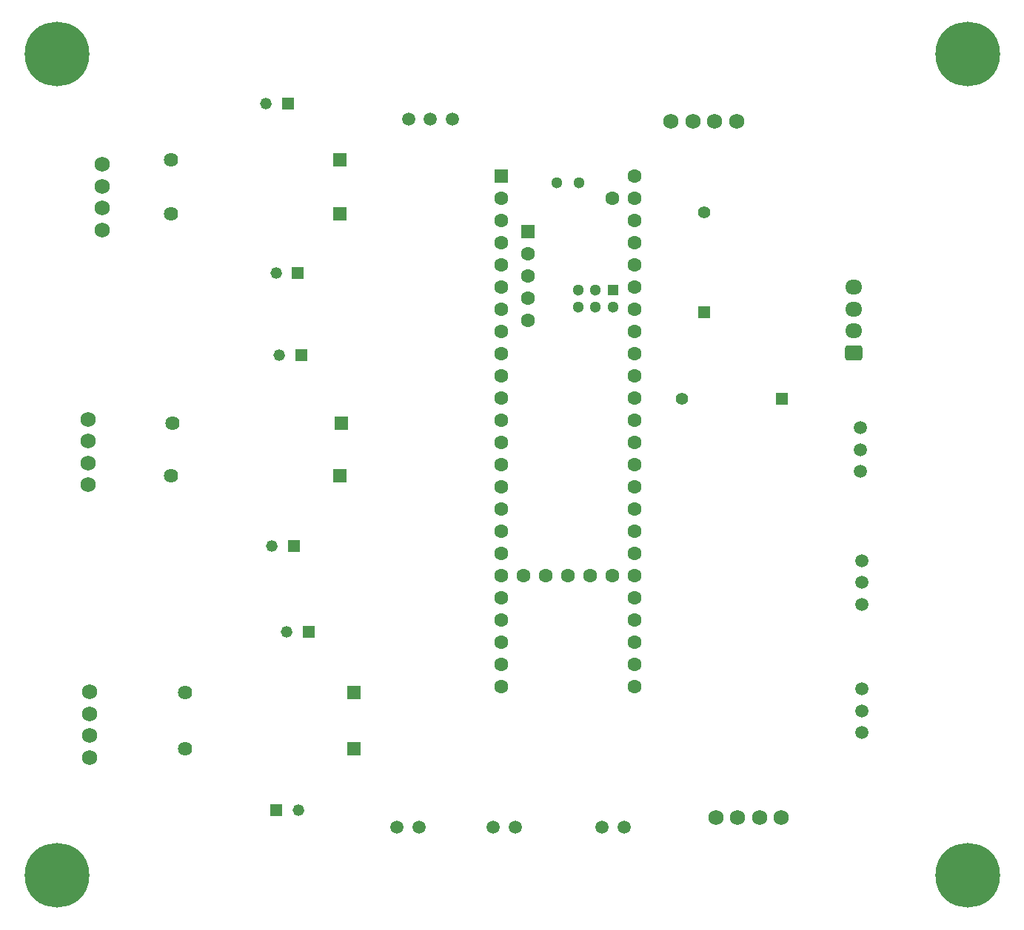
<source format=gbr>
%TF.GenerationSoftware,KiCad,Pcbnew,7.0.7*%
%TF.CreationDate,2024-01-12T22:42:29-05:00*%
%TF.ProjectId,FinalTeensyBreakoutBoard,46696e61-6c54-4656-956e-737942726561,rev?*%
%TF.SameCoordinates,Original*%
%TF.FileFunction,Soldermask,Bot*%
%TF.FilePolarity,Negative*%
%FSLAX46Y46*%
G04 Gerber Fmt 4.6, Leading zero omitted, Abs format (unit mm)*
G04 Created by KiCad (PCBNEW 7.0.7) date 2024-01-12 22:42:29*
%MOMM*%
%LPD*%
G01*
G04 APERTURE LIST*
G04 Aperture macros list*
%AMRoundRect*
0 Rectangle with rounded corners*
0 $1 Rounding radius*
0 $2 $3 $4 $5 $6 $7 $8 $9 X,Y pos of 4 corners*
0 Add a 4 corners polygon primitive as box body*
4,1,4,$2,$3,$4,$5,$6,$7,$8,$9,$2,$3,0*
0 Add four circle primitives for the rounded corners*
1,1,$1+$1,$2,$3*
1,1,$1+$1,$4,$5*
1,1,$1+$1,$6,$7*
1,1,$1+$1,$8,$9*
0 Add four rect primitives between the rounded corners*
20,1,$1+$1,$2,$3,$4,$5,0*
20,1,$1+$1,$4,$5,$6,$7,0*
20,1,$1+$1,$6,$7,$8,$9,0*
20,1,$1+$1,$8,$9,$2,$3,0*%
G04 Aperture macros list end*
%ADD10C,1.752600*%
%ADD11C,7.400000*%
%ADD12C,1.397000*%
%ADD13R,1.397000X1.397000*%
%ADD14C,1.498600*%
%ADD15R,1.625600X1.625600*%
%ADD16C,1.625600*%
%ADD17R,1.320800X1.320800*%
%ADD18C,1.320800*%
%ADD19RoundRect,0.250000X0.725000X-0.600000X0.725000X0.600000X-0.725000X0.600000X-0.725000X-0.600000X0*%
%ADD20O,1.950000X1.700000*%
%ADD21R,1.600000X1.600000*%
%ADD22C,1.600000*%
%ADD23R,1.300000X1.300000*%
%ADD24C,1.300000*%
G04 APERTURE END LIST*
D10*
%TO.C,J7*%
X138825000Y-60975000D03*
X141325000Y-60975000D03*
X143825000Y-60975000D03*
X146325000Y-60975000D03*
%TD*%
D11*
%TO.C,REF\u002A\u002A*%
X68580000Y-147320000D03*
%TD*%
%TO.C,REF\u002A\u002A*%
X172720000Y-147320000D03*
%TD*%
%TO.C,REF\u002A\u002A*%
X172720000Y-53340000D03*
%TD*%
%TO.C,REF\u002A\u002A*%
X68580000Y-53340000D03*
%TD*%
D12*
%TO.C,R_PullDownMC1*%
X142625000Y-71410000D03*
D13*
X142625000Y-82840000D03*
%TD*%
D14*
%TO.C,J12*%
X118500000Y-141800000D03*
X121000000Y-141800000D03*
%TD*%
D10*
%TO.C,J6*%
X151450000Y-140700000D03*
X148950000Y-140700000D03*
X146450000Y-140700000D03*
X143950000Y-140700000D03*
%TD*%
D15*
%TO.C,R5*%
X102548000Y-126400000D03*
D16*
X83244000Y-126400000D03*
%TD*%
D17*
%TO.C,C2*%
X94988000Y-59023700D03*
D18*
X92488000Y-59023700D03*
%TD*%
D17*
%TO.C,C1*%
X96138000Y-78333700D03*
D18*
X93638000Y-78333700D03*
%TD*%
D14*
%TO.C,J13*%
X108800000Y-60800000D03*
X111300000Y-60800000D03*
X113800000Y-60800000D03*
%TD*%
%TO.C,J3*%
X160669801Y-130975100D03*
X160669801Y-128475100D03*
X160669801Y-125975100D03*
%TD*%
D10*
%TO.C,J10*%
X72348000Y-126300000D03*
X72348000Y-128800000D03*
X72348000Y-131300000D03*
X72348000Y-133800000D03*
%TD*%
D15*
%TO.C,R6*%
X102600000Y-132800000D03*
D16*
X83296000Y-132800000D03*
%TD*%
D15*
%TO.C,R2*%
X100990000Y-71583700D03*
D16*
X81686000Y-71583700D03*
%TD*%
D14*
%TO.C,J11*%
X107500000Y-141820000D03*
X110000000Y-141820000D03*
%TD*%
D17*
%TO.C,C3*%
X96546000Y-87800000D03*
D18*
X94046000Y-87800000D03*
%TD*%
D14*
%TO.C,J2*%
X160620000Y-116280000D03*
X160620000Y-113780000D03*
X160620000Y-111280000D03*
%TD*%
D19*
%TO.C,J5*%
X159750000Y-87500000D03*
D20*
X159750000Y-85000000D03*
X159750000Y-82500000D03*
X159750000Y-80000000D03*
%TD*%
D14*
%TO.C,J4*%
X160470000Y-101080000D03*
X160470000Y-98580000D03*
X160470000Y-96080000D03*
%TD*%
D17*
%TO.C,C6*%
X93698000Y-139800000D03*
D18*
X96198000Y-139800000D03*
%TD*%
D14*
%TO.C,J1*%
X130954900Y-141800000D03*
X133454900Y-141800000D03*
%TD*%
D10*
%TO.C,J9*%
X72168000Y-95100000D03*
X72168000Y-97600000D03*
X72168000Y-100100000D03*
X72168000Y-102600000D03*
%TD*%
D16*
%TO.C,R3*%
X81792000Y-95600000D03*
D15*
X101096000Y-95600000D03*
%TD*%
%TO.C,R1*%
X100988000Y-65423700D03*
D16*
X81684000Y-65423700D03*
%TD*%
%TO.C,R4*%
X81644000Y-101600000D03*
D15*
X100948000Y-101600000D03*
%TD*%
D17*
%TO.C,C4*%
X95696000Y-109600000D03*
D18*
X93196000Y-109600000D03*
%TD*%
D17*
%TO.C,C5*%
X97398000Y-119400000D03*
D18*
X94898000Y-119400000D03*
%TD*%
D10*
%TO.C,J8*%
X73808000Y-65923700D03*
X73808000Y-68423700D03*
X73808000Y-70923700D03*
X73808000Y-73423700D03*
%TD*%
D12*
%TO.C,R_PullDownUWB1*%
X140075000Y-92730000D03*
D13*
X151505000Y-92730000D03*
%TD*%
D21*
%TO.C,U1*%
X119380000Y-67310000D03*
D22*
X119380000Y-69850000D03*
X119380000Y-72390000D03*
X119380000Y-74930000D03*
X119380000Y-77470000D03*
X119380000Y-80010000D03*
X119380000Y-82550000D03*
X119380000Y-85090000D03*
X119380000Y-87630000D03*
X119380000Y-90170000D03*
X119380000Y-92710000D03*
X119380000Y-95250000D03*
X119380000Y-97790000D03*
X119380000Y-100330000D03*
X119380000Y-102870000D03*
X119380000Y-105410000D03*
X119380000Y-107950000D03*
X119380000Y-110490000D03*
X119380000Y-113030000D03*
X119380000Y-115570000D03*
X119380000Y-118110000D03*
X119380000Y-120650000D03*
X119380000Y-123190000D03*
X119380000Y-125730000D03*
X134620000Y-125730000D03*
X134620000Y-123190000D03*
X134620000Y-120650000D03*
X134620000Y-118110000D03*
X134620000Y-115570000D03*
X134620000Y-113030000D03*
X134620000Y-110490000D03*
X134620000Y-107950000D03*
X134620000Y-105410000D03*
X134620000Y-102870000D03*
X134620000Y-100330000D03*
X134620000Y-97790000D03*
X134620000Y-95250000D03*
X134620000Y-92710000D03*
X134620000Y-90170000D03*
X134620000Y-87630000D03*
X134620000Y-85090000D03*
X134620000Y-82550000D03*
X134620000Y-80010000D03*
X134620000Y-77470000D03*
X134620000Y-74930000D03*
X134620000Y-72390000D03*
X134620000Y-69850000D03*
X134620000Y-67310000D03*
X132080000Y-69850000D03*
X121920000Y-113030000D03*
X124460000Y-113030000D03*
X127000000Y-113030000D03*
X129540000Y-113030000D03*
X132080000Y-113030000D03*
D21*
X122430800Y-73609200D03*
D22*
X122430800Y-76149200D03*
X122430800Y-78689200D03*
X122430800Y-81229200D03*
X122430800Y-83769200D03*
D23*
X132181600Y-80280000D03*
D24*
X130181600Y-80280000D03*
X128181600Y-80280000D03*
X128181600Y-82280000D03*
X130181600Y-82280000D03*
X132181600Y-82280000D03*
X128270000Y-68040000D03*
X125730000Y-68040000D03*
%TD*%
M02*

</source>
